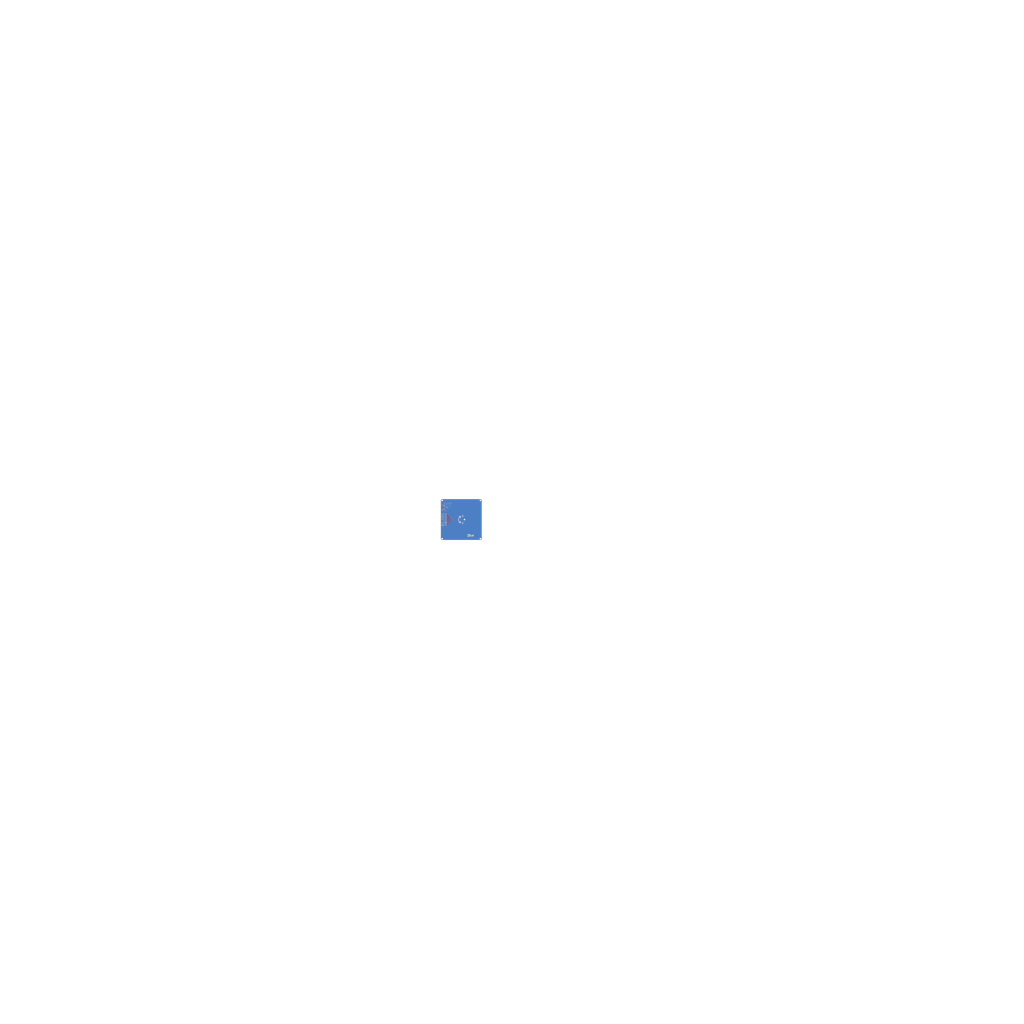
<source format=kicad_pcb>
(kicad_pcb (version 20211014) (generator pcbnew)
  (layers (0 "F.Cu" signal) (31 "B.Cu" signal) (34 "B.Paste" user) (35 "F.Paste" user) (36 "B.SilkS" user "B.Silkscreen") (37 "F.SilkS" user "F.Silkscreen") (38 "B.Mask" user) (39 "F.Mask" user) (44 "Edge.Cuts" user))
  (net 0 "")
  (net 1 "/VCC5V")
  (net 2 "GND")
  (net 3 "/USB_D+")
  (net 4 "/USB_D-")
  (net 5 "Net-(D3-Pad2)")
  (net 6 "Net-(D5-Pad1)")
  (net 7 "Net-(J1-PadA5)")
  (net 8 "Net-(J1-PadB5)")
  (net 9 "Net-(J2-Pad3)")
  (net 10 "Net-(J2-Pad4)")
  (net 11 "Net-(J2-Pad5)")
  (net 12 "Net-(J2-Pad6)")
  (net 13 "Net-(J2-Pad7)")
  (net 14 "Net-(J2-Pad9)")
  (footprint "Connector_PinHeader_2.54mm:PinHeader_1x10_P2.54mm_Horizontal" (layer "F.Cu") (at 60.629 140.96 180)
    (fp_text reference "J3")
    (fp_text value "Conn_01x10" hide)
  )
  (footprint "Resistor_SMD:R_0603_1608Metric" (layer "F.Cu") (at 64.6365 98.044)
    (fp_text reference "R3")
    (fp_text value "1k" hide)
  )
  (footprint "Symbol:KiCad-Logo2_5mm_SilkScreen" (layer "F.Cu") (at 109.264602 161.131)
    (fp_text reference "REF**" hide)
    (fp_text value "KiCad-Logo2_5mm_SilkScreen" hide)
  )
  (footprint "Diode_SMD:D_SOD-523" (layer "F.Cu") (at 61.785 106.934 90)
    (fp_text reference "D2")
    (fp_text value "LESD5D5.0CT1G" hide)
  )
  (footprint "Diode_SMD:D_SOD-523" (layer "F.Cu") (at 61.817 100.584 -90)
    (fp_text reference "D3")
    (fp_text value "LESD5D5.0CT1G" hide)
  )
  (footprint "Diode_SMD:D_SOD-523" (layer "F.Cu") (at 61.785 104.394 -90)
    (fp_text reference "D1")
    (fp_text value "LESD5D5.0CT1G" hide)
  )
  (footprint "Connector_USB:USB_C_Receptacle_HRO_TYPE-C-31-M-12" (layer "F.Cu") (at 54.113 105.41 -90)
    (fp_text reference "J1")
    (fp_text value "USB_C_Receptacle_USB2.0" hide)
  )
  (footprint "LED_SMD:LED_0603_1608Metric" (layer "F.Cu") (at 68.1925 98.044)
    (fp_text reference "D5")
    (fp_text value "LED" hide)
  )
  (footprint "Resistor_SMD:R_0603_1608Metric" (layer "F.Cu") (at 57.903 98.806)
    (fp_text reference "R1")
    (fp_text value "4.7k" hide)
  )
  (footprint "Diode_SMD:D_SMA" (layer "F.Cu") (at 66.643 101.092 180)
    (fp_text reference "D4")
    (fp_text value "SS34" hide)
  )
  (footprint "LOGO:LOGO" (layer "F.Cu") (at 84.880602 161.639)
    (fp_text reference "G***" hide)
    (fp_text value "ESP_LOGO" hide)
  )
  (footprint "Capacitor_SMD:C_0603_1608Metric" (layer "F.Cu") (at 71.31 99.568 90)
    (fp_text reference "C1")
    (fp_text value "22uF/10V(20%)" hide)
  )
  (footprint "Resistor_SMD:R_0603_1608Metric" (layer "F.Cu") (at 57.912 112.014)
    (fp_text reference "R2")
    (fp_text value "4.7k" hide)
  )
  (footprint "Connector_FFC-FPC:Hirose_FH12-10S-0.5SH_1x10-1MP_P0.50mm_Horizontal" (layer "B.Cu") (at 70.982 129.535 -90)
    (fp_text reference "J2")
    (fp_text value "FPC 10" hide)
  )
  (gr_arc (start 128.876651 89.035) (mid 130.644386 89.76725) (end 131.376651 91.535) (layer "Edge.Cuts") (width 0.2))
  (gr_arc (start 131.376651 167.535) (mid 130.644421 169.302784) (end 128.876651 170.035) (layer "Edge.Cuts") (width 0.2))
  (gr_circle (center 93.733803 122.487004) (end 92.733803 122.487004) (layer "Edge.Cuts") (width 0.2) (fill none))
  (gr_line (start 84.955803 133.035) (end 85.955803 133.035) (layer "Edge.Cuts") (width 0.2))
  (gr_circle (center 88.168801 124.339001) (end 86.668801 124.339001) (layer "Edge.Cuts") (width 0.2) (fill none))
  (gr_circle (center 88.168801 134.730999) (end 86.668801 134.730999) (layer "Edge.Cuts") (width 0.2) (fill none))
  (gr_circle (center 128.876651 91.535) (end 127.276651 91.535) (layer "Edge.Cuts") (width 0.2) (fill none))
  (gr_line (start 50.376651 91.535) (end 50.376651 167.535) (layer "Edge.Cuts") (width 0.2))
  (gr_line (start 131.376651 91.535) (end 131.376651 167.535) (layer "Edge.Cuts") (width 0.2))
  (gr_circle (center 128.876651 167.535) (end 127.276651 167.535) (layer "Edge.Cuts") (width 0.2) (fill none))
  (gr_line (start 52.876651 89.035) (end 128.876651 89.035) (layer "Edge.Cuts") (width 0.2))
  (gr_line (start 85.955803 126.035) (end 84.955803 126.035) (layer "Edge.Cuts") (width 0.2))
  (gr_circle (center 97.168801 129.535) (end 95.668801 129.535) (layer "Edge.Cuts") (width 0.2) (fill none))
  (gr_circle (center 52.876651 167.535) (end 51.276651 167.535) (layer "Edge.Cuts") (width 0.2) (fill none))
  (gr_line (start 52.876651 170.035) (end 128.876651 170.035) (layer "Edge.Cuts") (width 0.2))
  (gr_circle (center 93.733803 136.582997) (end 92.733803 136.582997) (layer "Edge.Cuts") (width 0.2) (fill none))
  (gr_arc (start 50.376651 91.535) (mid 51.108887 89.76725) (end 52.876651 89.035) (layer "Edge.Cuts") (width 0.2))
  (gr_arc (start 52.876651 170.035) (mid 51.108852 169.302784) (end 50.376651 167.535) (layer "Edge.Cuts") (width 0.2))
  (gr_circle (center 52.876651 91.535) (end 51.276651 91.535) (layer "Edge.Cuts") (width 0.2) (fill none))
  (gr_line (start 84.955803 126.035) (end 84.955803 133.035) (layer "Edge.Cuts") (width 0.2))
  (gr_line (start 85.955803 133.035) (end 85.955803 126.035) (layer "Edge.Cuts") (width 0.2))
  (gr_text "USB+" (at 53.467 120.65) (layer "B.SilkS") (effects (font (size 1 1)) (justify mirror)))
  (gr_text "RXD" (at 53.467 128.27) (layer "B.SilkS") (effects (font (size 1 1)) (justify mirror)))
  (gr_text "GND" (at 53.467 135.89) (layer "B.SilkS") (effects (font (size 1 1)) (justify mirror)))
  (gr_text "TXD" (at 53.467 125.73) (layer "B.SilkS") (effects (font (size 1 1)) (justify mirror)))
  (gr_text "5V" (at 53.467 140.97) (layer "B.SilkS") (effects (font (size 1 1)) (justify mirror)))
  (gr_text "ADC" (at 53.467 138.43) (layer "B.SilkS") (effects (font (size 1 1)) (justify mirror)))
  (gr_text "RST" (at 53.467 123.19) (layer "B.SilkS") (effects (font (size 1 1)) (justify mirror)))
  (gr_text "USB-" (at 53.467 118.11) (layer "B.SilkS") (effects (font (size 1 1)) (justify mirror)))
  (segment (start 70.294 98.298) (end 70.294 100.076) (width 0.2) (layer "F.Cu") (net 1))
  (segment (start 70.04 98.044) (end 70.294 98.298) (width 0.2) (layer "F.Cu") (net 1))
  (segment (start 68.98 98.044) (end 69.786 98.044) (width 0.2) (layer "F.Cu") (net 1))
  (segment (start 76.435 131.885) (end 70.308 131.885) (width 0.5) (layer "F.Cu") (net 1))
  (segment (start 71.31 100.343) (end 72.847 100.343) (width 0.5) (layer "F.Cu") (net 1))
  (segment (start 69.786 98.044) (end 70.04 98.044) (width 0.2) (layer "F.Cu") (net 1))
  (segment (start 72.847 100.343) (end 77.851 105.347) (width 0.5) (layer "F.Cu") (net 1))
  (segment (start 77.851 105.347) (end 77.851 130.469) (width 0.5) (layer "F.Cu") (net 1))
  (segment (start 77.851 130.469) (end 76.435 131.885) (width 0.5) (layer "F.Cu") (net 1))
  (via (at 70.308 131.885) (size 0.5) (drill 0.4) (layers "F.Cu" "B.Cu") (net 1))
  (segment (start 68.884 133.594) (end 69.138 133.34) (width 0.5) (layer "B.Cu") (net 1))
  (segment (start 60.629 140.96) (end 61.518 140.96) (width 0.5) (layer "B.Cu") (net 1))
  (segment (start 69.138 133.34) (end 69.138 132.324) (width 0.5) (layer "B.Cu") (net 1))
  (segment (start 61.518 140.96) (end 68.884 133.594) (width 0.5) (layer "B.Cu") (net 1))
  (segment (start 68.9872 105.439) (end 76.221 112.6728) (width 0.2) (layer "F.Cu") (net 3))
  (segment (start 57.086 105.156) (end 57.09 105.16) (width 0.2) (layer "F.Cu") (net 3))
  (segment (start 56.832 105.918) (end 56.832 105.41) (width 0.2) (layer "F.Cu") (net 3))
  (segment (start 62.310001 105.094) (end 62.655001 105.439) (width 0.2) (layer "F.Cu") (net 3))
  (segment (start 57.074 106.16) (end 56.832 105.918) (width 0.2) (layer "F.Cu") (net 3))
  (segment (start 75.290199 127.760001) (end 70.786999 127.760001) (width 0.2) (layer "F.Cu") (net 3))
  (segment (start 70.786999 127.760001) (end 70.662 127.885) (width 0.2) (layer "F.Cu") (net 3))
  (segment (start 62.655001 105.439) (end 68.9872 105.439) (width 0.2) (layer "F.Cu") (net 3))
  (segment (start 58.158 106.16) (end 57.074 106.16) (width 0.2) (layer "F.Cu") (net 3))
  (segment (start 58.158 105.16) (end 61.719 105.16) (width 0.2) (layer "F.Cu") (net 3))
  (segment (start 61.785 105.094) (end 62.310001 105.094) (width 0.2) (layer "F.Cu") (net 3))
  (segment (start 56.832 105.41) (end 57.086 105.156) (width 0.2) (layer "F.Cu") (net 3))
  (segment (start 76.221 112.6728) (end 76.221 126.8292) (width 0.2) (layer "F.Cu") (net 3))
  (segment (start 76.221 126.8292) (end 75.290199 127.760001) (width 0.2) (layer "F.Cu") (net 3))
  (segment (start 57.09 105.16) (end 58.158 105.16) (width 0.2) (layer "F.Cu") (net 3))
  (via (at 70.662 127.885) (size 0.5) (drill 0.4) (layers "F.Cu" "B.Cu") (net 3))
  (segment (start 68.0658 127.76) (end 66.627 126.3212) (width 0.2) (layer "B.Cu") (net 3))
  (segment (start 62.532603 120.64) (end 60.629 120.64) (width 0.2) (layer "B.Cu") (net 3))
  (segment (start 66.627 126.3212) (end 66.627 124.734397) (width 0.2) (layer "B.Cu") (net 3))
  (segment (start 69.132 127.785) (end 68.632 127.785) (width 0.2) (layer "B.Cu") (net 3))
  (segment (start 66.627 124.734397) (end 62.532603 120.64) (width 0.2) (layer "B.Cu") (net 3))
  (segment (start 68.607 127.76) (end 68.0658 127.76) (width 0.2) (layer "B.Cu") (net 3))
  (segment (start 70.562 127.785) (end 70.662 127.885) (width 0.2) (layer "B.Cu") (net 3))
  (segment (start 68.632 127.785) (end 68.607 127.76) (width 0.2) (layer "B.Cu") (net 3))
  (segment (start 69.132 127.785) (end 70.562 127.785) (width 0.2) (layer "B.Cu") (net 3))
  (segment (start 59.114 105.66) (end 59.626 106.172) (width 0.2) (layer "F.Cu") (net 4))
  (segment (start 61.785 106.234) (end 62.310001 106.234) (width 0.2) (layer "F.Cu") (net 4))
  (segment (start 68.8008 105.889) (end 75.771 112.8592) (width 0.2) (layer "F.Cu") (net 4))
  (segment (start 75.771 126.6428) (end 75.103801 127.309999) (width 0.2) (layer "F.Cu") (net 4))
  (segment (start 62.655001 105.889) (end 68.8008 105.889) (width 0.2) (layer "F.Cu") (net 4))
  (segment (start 59.106 104.66) (end 59.626 104.14) (width 0.2) (layer "F.Cu") (net 4))
  (segment (start 70.786999 127.309999) (end 70.662 127.185) (width 0.2) (layer "F.Cu") (net 4))
  (segment (start 75.103801 127.309999) (end 70.786999 127.309999) (width 0.2) (layer "F.Cu") (net 4))
  (segment (start 58.158 105.66) (end 59.114 105.66) (width 0.2) (layer "F.Cu") (net 4))
  (segment (start 59.688 106.234) (end 61.785 106.234) (width 0.2) (layer "F.Cu") (net 4))
  (segment (start 62.310001 106.234) (end 62.655001 105.889) (width 0.2) (layer "F.Cu") (net 4))
  (segment (start 58.158 104.66) (end 59.106 104.66) (width 0.2) (layer "F.Cu") (net 4))
  (segment (start 75.771 112.8592) (end 75.771 126.6428) (width 0.2) (layer "F.Cu") (net 4))
  (segment (start 59.626 106.172) (end 59.688 106.234) (width 0.2) (layer "F.Cu") (net 4))
  (via (at 59.626 104.14) (size 0.5) (drill 0.4) (layers "F.Cu" "B.Cu") (net 4))
  (via (at 59.626 106.172) (size 0.5) (drill 0.4) (layers "F.Cu" "B.Cu") (net 4))
  (via (at 70.662 127.185) (size 0.5) (drill 0.4) (layers "F.Cu" "B.Cu") (net 4))
  (segment (start 67.077 124.548) (end 60.629 118.1) (width 0.2) (layer "B.Cu") (net 4))
  (segment (start 68.607 127.31) (end 68.2522 127.31) (width 0.2) (layer "B.Cu") (net 4))
  (segment (start 59.626 106.172) (end 59.626 104.14) (width 0.2) (layer "B.Cu") (net 4))
  (segment (start 68.632 127.285) (end 68.607 127.31) (width 0.2) (layer "B.Cu") (net 4))
  (segment (start 68.2522 127.31) (end 67.077 126.1348) (width 0.2) (layer "B.Cu") (net 4))
  (segment (start 69.132 127.285) (end 68.632 127.285) (width 0.2) (layer "B.Cu") (net 4))
  (segment (start 70.562 127.285) (end 70.662 127.185) (width 0.2) (layer "B.Cu") (net 4))
  (segment (start 69.132 127.285) (end 70.562 127.285) (width 0.2) (layer "B.Cu") (net 4))
  (segment (start 67.077 126.1348) (end 67.077 124.548) (width 0.2) (layer "B.Cu") (net 4))
  (segment (start 57.156885 107.86) (end 56.971884 107.674999) (width 0.5) (layer "F.Cu") (net 5))
  (segment (start 56.570024 107.674999) (end 55.816 106.920975) (width 0.5) (layer "F.Cu") (net 5))
  (segment (start 55.816 103.632) (end 56.302999 103.145001) (width 0.5) (layer "F.Cu") (net 5))
  (segment (start 58.158 102.96) (end 59.282 102.96) (width 0.5) (layer "F.Cu") (net 5))
  (segment (start 55.816 106.920975) (end 55.816 103.632) (width 0.5) (layer "F.Cu") (net 5))
  (segment (start 60.958 101.284) (end 61.817 101.284) (width 0.5) (layer "F.Cu") (net 5))
  (segment (start 59.282 102.96) (end 60.958 101.284) (width 0.5) (layer "F.Cu") (net 5))
  (segment (start 58.158 107.86) (end 57.156885 107.86) (width 0.5) (layer "F.Cu") (net 5))
  (segment (start 57.156885 102.96) (end 58.158 102.96) (width 0.5) (layer "F.Cu") (net 5))
  (segment (start 56.971884 107.674999) (end 56.570024 107.674999) (width 0.5) (layer "F.Cu") (net 5))
  (segment (start 56.302999 103.145001) (end 56.971884 103.145001) (width 0.5) (layer "F.Cu") (net 5))
  (segment (start 56.971884 103.145001) (end 57.156885 102.96) (width 0.5) (layer "F.Cu") (net 5))
  (segment (start 67.405 98.044) (end 65.4615 98.044) (width 0.2) (layer "F.Cu") (net 6))
  (segment (start 56.832 104.16) (end 58.158 104.16) (width 0.2) (layer "F.Cu") (net 7))
  (segment (start 57.078 98.806) (end 56.07 98.806) (width 0.2) (layer "F.Cu") (net 7))
  (via (at 56.07 98.806) (size 0.5) (drill 0.4) (layers "F.Cu" "B.Cu") (net 7))
  (via (at 56.832 104.16) (size 0.5) (drill 0.4) (layers "F.Cu" "B.Cu") (net 7))
  (segment (start 55.893 103.221) (end 56.832 104.16) (width 0.2) (layer "B.Cu") (net 7))
  (segment (start 56.07 98.806) (end 55.893 98.983) (width 0.2) (layer "B.Cu") (net 7))
  (segment (start 55.893 98.983) (end 55.893 103.221) (width 0.2) (layer "B.Cu") (net 7))
  (segment (start 56.07 112.014) (end 57.087 112.014) (width 0.2) (layer "F.Cu") (net 8))
  (segment (start 57.312 107.16) (end 58.158 107.16) (width 0.2) (layer "F.Cu") (net 8))
  (segment (start 56.832 106.68) (end 57.312 107.16) (width 0.2) (layer "F.Cu") (net 8))
  (via (at 56.07 112.014) (size 0.5) (drill 0.4) (layers "F.Cu" "B.Cu") (net 8))
  (via (at 56.832 106.68) (size 0.5) (drill 0.4) (layers "F.Cu" "B.Cu") (net 8))
  (segment (start 55.893 107.619) (end 56.832 106.68) (width 0.2) (layer "B.Cu") (net 8))
  (segment (start 55.893 111.837) (end 55.893 107.619) (width 0.2) (layer "B.Cu") (net 8))
  (segment (start 56.07 112.014) (end 55.893 111.837) (width 0.2) (layer "B.Cu") (net 8))
  (segment (start 62.920115 123.18) (end 60.629 123.18) (width 0.2) (layer "B.Cu") (net 9))
  (segment (start 68.025114 128.285) (end 62.920115 123.18) (width 0.2) (layer "B.Cu") (net 9))
  (segment (start 69.132 128.285) (end 68.025114 128.285) (width 0.2) (layer "B.Cu") (net 9))
  (segment (start 64.894429 125.72) (end 60.629 125.72) (width 0.2) (layer "B.Cu") (net 10))
  (segment (start 67.959428 128.785) (end 64.894429 125.72) (width 0.2) (layer "B.Cu") (net 10))
  (segment (start 69.132 128.785) (end 67.959428 128.785) (width 0.2) (layer "B.Cu") (net 10))
  (segment (start 69.132 129.285) (end 66.099 129.285) (width 0.2) (layer "B.Cu") (net 11))
  (segment (start 65.074 128.26) (end 60.629 128.26) (width 0.2) (layer "B.Cu") (net 11))
  (segment (start 66.099 129.285) (end 65.074 128.26) (width 0.2) (layer "B.Cu") (net 11))
  (segment (start 69.132 129.785) (end 61.644 129.785) (width 0.2) (layer "B.Cu") (net 12))
  (segment (start 61.644 129.785) (end 60.629 130.8) (width 0.2) (layer "B.Cu") (net 12))
  (segment (start 63.684 130.285) (end 60.629 133.34) (width 0.2) (layer "B.Cu") (net 13))
  (segment (start 69.132 130.285) (end 63.684 130.285) (width 0.2) (layer "B.Cu") (net 13))
  (segment (start 67.764 131.285) (end 60.629 138.42) (width 0.2) (layer "B.Cu") (net 14))
  (segment (start 69.132 131.285) (end 67.764 131.285) (width 0.2) (layer "B.Cu") (net 14))
  (zone (net 8) (net_name "Net-(J1-PadB5)") (layer "F.Cu") (priority 16962) (connect_pads yes (clearance 0)) (min_thickness 0.0254) (fill yes (thermal_gap 0.508) (thermal_bridge_width 0.508))
    (polygon (pts (xy 56.56 111.914) (xy 56.504668 111.912466) (xy 56.457815 111.907991) (xy 56.417697 111.900765) (xy 56.382569 111.890975) (xy 56.350688 111.878811) (xy 56.320311 111.864463) (xy 56.289695 111.848118) (xy 56.257095 111.829967) (xy 56.220769 111.810197) (xy 56.178972 111.789) (xy 55.945 112.014) (xy 56.178972 112.239) (xy 56.220769 112.217802) (xy 56.257095 112.198032) (xy 56.289695 112.179881) (xy 56.320311 112.163536) (xy 56.350688 112.149188) (xy 56.382569 112.137024) (xy 56.417697 112.127234) (xy 56.457815 112.120008) (xy 56.504668 112.115533) (xy 56.56 112.114)))
  )
  (zone (net 7) (net_name "Net-(J1-PadA5)") (layer "F.Cu") (priority 16962) (connect_pads yes (clearance 0)) (min_thickness 0.0254) (fill yes (thermal_gap 0.508) (thermal_bridge_width 0.508))
    (polygon (pts (xy 57.322 104.06) (xy 57.266668 104.058466) (xy 57.219815 104.053991) (xy 57.179697 104.046765) (xy 57.144569 104.036975) (xy 57.112688 104.024811) (xy 57.082311 104.010463) (xy 57.051695 103.994118) (xy 57.019095 103.975967) (xy 56.982769 103.956197) (xy 56.940972 103.935) (xy 56.707 104.16) (xy 56.940972 104.385) (xy 56.982769 104.363802) (xy 57.019095 104.344032) (xy 57.051695 104.325881) (xy 57.082311 104.309536) (xy 57.112688 104.295188) (xy 57.144569 104.283024) (xy 57.179697 104.273234) (xy 57.219815 104.266008) (xy 57.266668 104.261533) (xy 57.322 104.26)))
  )
  (zone (net 4) (net_name "/USB_D-") (layer "F.Cu") (priority 16962) (connect_pads yes (clearance 0)) (min_thickness 0.0254) (fill yes (thermal_gap 0.508) (thermal_bridge_width 0.508))
    (polygon (pts (xy 71.136999 127.209999) (xy 71.092753 127.208207) (xy 71.054993 127.20288) (xy 71.022718 127.194085) (xy 70.994931 127.181892) (xy 70.970633 127.16637) (xy 70.948825 127.147588) (xy 70.928509 127.125614) (xy 70.908686 127.100518) (xy 70.888359 127.072369) (xy 70.866528 127.041237) (xy 70.552731 127.124295) (xy 70.662 127.435) (xy 70.717038 127.434299) (xy 70.764673 127.432399) (xy 70.807052 127.429599) (xy 70.846323 127.426199) (xy 70.884635 127.422499) (xy 70.924136 127.418799) (xy 70.966974 127.415399) (xy 71.015299 127.412599) (xy 71.071257 127.410699) (xy 71.136999 127.409999)))
  )
  (zone (net 1) (net_name "/VCC5V") (layer "F.Cu") (priority 1) (connect_pads yes (clearance 0.508)) (min_thickness 0.254) (fill yes (thermal_gap 0.508) (thermal_bridge_width 0.508))
    (polygon (pts (xy 71.818 100.838) (xy 70.802 100.838) (xy 69.786 102.362) (xy 66.992 102.362) (xy 66.992 99.822) (xy 71.818 99.822)))
  )
  (zone (net 3) (net_name "/USB_D+") (layer "F.Cu") (priority 16962) (connect_pads yes (clearance 0)) (min_thickness 0.0254) (fill yes (thermal_gap 0.508) (thermal_bridge_width 0.508))
    (polygon (pts (xy 71.136999 127.660001) (xy 71.071257 127.6593) (xy 71.015299 127.6574) (xy 70.966974 127.6546) (xy 70.924136 127.6512) (xy 70.884635 127.6475) (xy 70.846323 127.6438) (xy 70.807052 127.6404) (xy 70.764673 127.6376) (xy 70.717038 127.6357) (xy 70.662 127.635) (xy 70.552731 127.945705) (xy 70.866528 128.028763) (xy 70.888359 127.99763) (xy 70.908686 127.969481) (xy 70.928509 127.944385) (xy 70.948825 127.922411) (xy 70.970633 127.903629) (xy 70.994931 127.888107) (xy 71.022718 127.875914) (xy 71.054993 127.867119) (xy 71.092753 127.861792) (xy 71.136999 127.860001)))
  )
  (zone (net 5) (net_name "Net-(D3-Pad2)") (layer "F.Cu") (priority 1) (connect_pads yes (clearance 0.508)) (min_thickness 0.254) (fill yes (thermal_gap 0.508) (thermal_bridge_width 0.508))
    (polygon (pts (xy 66.23 99.822) (xy 66.23 102.362) (xy 65.722 102.362) (xy 63.182 102.362) (xy 62.42 101.6) (xy 61.658 101.6) (xy 61.658 100.838) (xy 62.42 100.838) (xy 63.436 99.822) (xy 65.722 99.822)))
  )
  (zone (net 2) (net_name "GND") (layer "F.Cu") (connect_pads (clearance 0.1)) (min_thickness 0.254) (fill yes (thermal_gap 0.508) (thermal_bridge_width 0.508))
    (polygon (pts (xy 135.426602 172.561) (xy 46.780602 172.561) (xy 46.780602 86.201) (xy 135.426602 86.201)))
  )
  (zone (net 4) (net_name "/USB_D-") (layer "F.Cu") (priority 16962) (connect_pads yes (clearance 0)) (min_thickness 0.0254) (fill yes (thermal_gap 0.508) (thermal_bridge_width 0.508))
    (polygon (pts (xy 59.350229 104.557192) (xy 59.390438 104.519151) (xy 59.426732 104.489185) (xy 59.46021 104.465927) (xy 59.491971 104.44801) (xy 59.523115 104.434068) (xy 59.55474 104.422735) (xy 59.587947 104.412643) (xy 59.623833 104.402427) (xy 59.663499 104.390719) (xy 59.708043 104.376154) (xy 59.714388 104.051612) (xy 59.389846 104.057957) (xy 59.37528 104.1025) (xy 59.363572 104.142166) (xy 59.353356 104.178052) (xy 59.343264 104.211259) (xy 59.331931 104.242884) (xy 59.317989 104.274028) (xy 59.300072 104.305789) (xy 59.276814 104.339267) (xy 59.246848 104.375561) (xy 59.208808 104.415771)))
  )
  (zone (net 8) (net_name "Net-(J1-PadB5)") (layer "F.Cu") (priority 16962) (connect_pads yes (clearance 0)) (min_thickness 0.0254) (fill yes (thermal_gap 0.508) (thermal_bridge_width 0.508))
    (polygon (pts (xy 57.249192 106.955771) (xy 57.211151 106.915561) (xy 57.181185 106.879267) (xy 57.157927 106.845789) (xy 57.14001 106.814028) (xy 57.126068 106.782884) (xy 57.114735 106.751259) (xy 57.104643 106.718052) (xy 57.094427 106.682166) (xy 57.082719 106.6425) (xy 57.068154 106.597957) (xy 56.743612 106.591612) (xy 56.749957 106.916154) (xy 56.7945 106.930719) (xy 56.834166 106.942427) (xy 56.870052 106.952643) (xy 56.903259 106.962735) (xy 56.934884 106.974068) (xy 56.966028 106.98801) (xy 56.997789 107.005927) (xy 57.031267 107.029185) (xy 57.067561 107.059151) (xy 57.107771 107.097192)))
  )
  (zone (net 4) (net_name "/USB_D-") (layer "F.Cu") (priority 16962) (connect_pads yes (clearance 0)) (min_thickness 0.0254) (fill yes (thermal_gap 0.508) (thermal_bridge_width 0.508))
    (polygon (pts (xy 59.208808 105.896229) (xy 59.246848 105.936438) (xy 59.276814 105.972732) (xy 59.300072 106.00621) (xy 59.317989 106.037971) (xy 59.331931 106.069115) (xy 59.343264 106.10074) (xy 59.353356 106.133947) (xy 59.363572 106.169833) (xy 59.37528 106.209499) (xy 59.389846 106.254043) (xy 59.714388 106.260388) (xy 59.708043 105.935846) (xy 59.663499 105.92128) (xy 59.623833 105.909572) (xy 59.587947 105.899356) (xy 59.55474 105.889264) (xy 59.523115 105.877931) (xy 59.491971 105.863989) (xy 59.46021 105.846072) (xy 59.426732 105.822814) (xy 59.390438 105.792848) (xy 59.350229 105.754808)))
  )
  (zone (net 7) (net_name "Net-(J1-PadA5)") (layer "F.Cu") (priority 16962) (connect_pads yes (clearance 0)) (min_thickness 0.0254) (fill yes (thermal_gap 0.508) (thermal_bridge_width 0.508))
    (polygon (pts (xy 56.56 98.706) (xy 56.504668 98.704466) (xy 56.457815 98.699991) (xy 56.417697 98.692765) (xy 56.382569 98.682975) (xy 56.350688 98.670811) (xy 56.320311 98.656463) (xy 56.289695 98.640118) (xy 56.257095 98.621967) (xy 56.220769 98.602197) (xy 56.178972 98.581) (xy 55.945 98.806) (xy 56.178972 99.031) (xy 56.220769 99.009802) (xy 56.257095 98.990032) (xy 56.289695 98.971881) (xy 56.320311 98.955536) (xy 56.350688 98.941188) (xy 56.382569 98.929024) (xy 56.417697 98.919234) (xy 56.457815 98.912008) (xy 56.504668 98.907533) (xy 56.56 98.906)))
  )
  (zone (net 4) (net_name "/USB_D-") (layer "F.Cu") (priority 16962) (connect_pads yes (clearance 0)) (min_thickness 0.0254) (fill yes (thermal_gap 0.508) (thermal_bridge_width 0.508))
    (polygon (pts (xy 60.128 106.134) (xy 60.076023 106.132372) (xy 60.031829 106.127528) (xy 59.993977 106.11952) (xy 59.961025 106.108406) (xy 59.931534 106.094239) (xy 59.904063 106.077075) (xy 59.877172 106.056969) (xy 59.84942 106.033976) (xy 59.819366 106.008151) (xy 59.785571 105.97955) (xy 59.50462 106.142137) (xy 59.678062 106.416518) (xy 59.729785 106.404562) (xy 59.774484 106.392694) (xy 59.814232 106.381189) (xy 59.851102 106.370324) (xy 59.887168 106.360374) (xy 59.924503 106.351614) (xy 59.965181 106.344322) (xy 60.011273 106.338771) (xy 60.064855 106.335238) (xy 60.128 106.334)))
  )
  (zone (net 8) (net_name "Net-(J1-PadB5)") (layer "B.Cu") (priority 16962) (connect_pads yes (clearance 0)) (min_thickness 0.0254) (fill yes (thermal_gap 0.508) (thermal_bridge_width 0.508))
    (polygon (pts (xy 56.556229 107.097192) (xy 56.596438 107.059151) (xy 56.632732 107.029185) (xy 56.66621 107.005927) (xy 56.697971 106.98801) (xy 56.729115 106.974068) (xy 56.76074 106.962735) (xy 56.793947 106.952643) (xy 56.829833 106.942427) (xy 56.869499 106.930719) (xy 56.914043 106.916154) (xy 56.920388 106.591612) (xy 56.595846 106.597957) (xy 56.58128 106.6425) (xy 56.569572 106.682166) (xy 56.559356 106.718052) (xy 56.549264 106.751259) (xy 56.537931 106.782884) (xy 56.523989 106.814028) (xy 56.506072 106.845789) (xy 56.482814 106.879267) (xy 56.452848 106.915561) (xy 56.414808 106.955771)))
  )
  (zone (net 1) (net_name "/VCC5V") (layer "B.Cu") (priority 16962) (connect_pads yes (clearance 0)) (min_thickness 0.0254) (fill yes (thermal_gap 0.508) (thermal_bridge_width 0.508))
    (polygon (pts (xy 61.914686 140.20976) (xy 61.819969 140.292606) (xy 61.729181 140.348927) (xy 61.641114 140.381643) (xy 61.554562 140.393675) (xy 61.468318 140.387941) (xy 61.381177 140.367363) (xy 61.291931 140.334859) (xy 61.199375 140.293351) (xy 61.102302 140.245758) (xy 60.999506 140.195) (xy 60.204 140.96) (xy 61.23004 141.56104) (xy 61.351546 141.440667) (xy 61.456934 141.338355) (xy 61.550774 141.249047) (xy 61.637638 141.167688) (xy 61.722094 141.089222) (xy 61.808715 141.008592) (xy 61.902069 140.920742) (xy 62.006727 140.820616) (xy 62.127261 140.703159) (xy 62.26824 140.563314)))
  )
  (zone (net 14) (net_name "Net-(J2-Pad9)") (layer "B.Cu") (priority 16962) (connect_pads yes (clearance 0)) (min_thickness 0.0254) (fill yes (thermal_gap 0.508) (thermal_bridge_width 0.508))
    (polygon (pts (xy 61.753299 137.15428) (xy 61.60377 137.288379) (xy 61.466159 137.382377) (xy 61.336766 137.443995) (xy 61.211885 137.480951) (xy 61.087816 137.500964) (xy 60.960856 137.511755) (xy 60.827302 137.521042) (xy 60.683451 137.536545) (xy 60.525602 137.565983) (xy 60.350051 137.617076) (xy 60.32848 138.72052) (xy 61.431924 138.698949) (xy 61.483016 138.523397) (xy 61.512454 138.365548) (xy 61.527957 138.221697) (xy 61.537244 138.088143) (xy 61.548035 137.961183) (xy 61.568048 137.837114) (xy 61.605004 137.712233) (xy 61.666622 137.58284) (xy 61.76062 137.445229) (xy 61.89472 137.295701)))
  )
  (zone (net 3) (net_name "/USB_D+") (layer "B.Cu") (priority 16962) (connect_pads yes (clearance 0)) (min_thickness 0.0254) (fill yes (thermal_gap 0.508) (thermal_bridge_width 0.508))
    (polygon (pts (xy 62.319 120.54) (xy 62.118444 120.529089) (xy 61.954672 120.498251) (xy 61.819606 120.450326) (xy 61.70517 120.388154) (xy 61.603289 120.314576) (xy 61.505884 120.232431) (xy 61.40488 120.144561) (xy 61.2922 120.053806) (xy 61.159767 119.963005) (xy 60.999506 119.875) (xy 60.204 120.64) (xy 60.999506 121.405) (xy 61.159767 121.316994) (xy 61.2922 121.226193) (xy 61.40488 121.135438) (xy 61.505884 121.047568) (xy 61.603289 120.965423) (xy 61.70517 120.891845) (xy 61.819606 120.829673) (xy 61.954672 120.781748) (xy 62.118444 120.75091) (xy 62.319 120.74)))
  )
  (zone (net 8) (net_name "Net-(J1-PadB5)") (layer "B.Cu") (priority 16962) (connect_pads yes (clearance 0)) (min_thickness 0.0254) (fill yes (thermal_gap 0.508) (thermal_bridge_width 0.508))
    (polygon (pts (xy 55.793 111.587316) (xy 55.793756 111.646399) (xy 55.795808 111.696676) (xy 55.798831 111.740083) (xy 55.802504 111.778552) (xy 55.8065 111.814018) (xy 55.810496 111.848415) (xy 55.814168 111.883678) (xy 55.817192 111.92174) (xy 55.819244 111.964536) (xy 55.82 112.014) (xy 56.158388 112.102388) (xy 56.152043 111.777846) (xy 56.123852 111.767615) (xy 56.097992 111.756912) (xy 56.074611 111.745179) (xy 56.05386 111.731857) (xy 56.03589 111.716389) (xy 56.02085 111.698217) (xy 56.008891 111.676781) (xy 56.000162 111.651524) (xy 55.994815 111.621889) (xy 55.993 111.587316)))
  )
  (zone (net 10) (net_name "Net-(J2-Pad4)") (layer "B.Cu") (priority 16962) (connect_pads yes (clearance 0)) (min_thickness 0.0254) (fill yes (thermal_gap 0.508) (thermal_bridge_width 0.508))
    (polygon (pts (xy 62.319 125.62) (xy 62.118444 125.609089) (xy 61.954672 125.578251) (xy 61.819606 125.530326) (xy 61.70517 125.468154) (xy 61.603289 125.394576) (xy 61.505884 125.312431) (xy 61.40488 125.224561) (xy 61.2922 125.133806) (xy 61.159767 125.043005) (xy 60.999506 124.955) (xy 60.204 125.72) (xy 60.999506 126.485) (xy 61.159767 126.396994) (xy 61.2922 126.306193) (xy 61.40488 126.215438) (xy 61.505884 126.127568) (xy 61.603289 126.045423) (xy 61.70517 125.971845) (xy 61.819606 125.909673) (xy 61.954672 125.861748) (xy 62.118444 125.83091) (xy 62.319 125.82)))
  )
  (zone (net 4) (net_name "/USB_D-") (layer "B.Cu") (priority 16962) (connect_pads yes (clearance 0)) (min_thickness 0.0254) (fill yes (thermal_gap 0.508) (thermal_bridge_width 0.508))
    (polygon (pts (xy 70.182 127.385) (xy 70.247241 127.386176) (xy 70.302678 127.389405) (xy 70.350467 127.394233) (xy 70.39276 127.400208) (xy 70.431713 127.406876) (xy 70.46948 127.413787) (xy 70.508216 127.420486) (xy 70.550074 127.426521) (xy 70.59721 127.43144) (xy 70.651778 127.43479) (xy 70.776633 127.13516) (xy 70.472352 127.02211) (xy 70.446753 127.052241) (xy 70.423428 127.079458) (xy 70.401238 127.1037) (xy 70.379043 127.124906) (xy 70.355705 127.143016) (xy 70.330084 127.157969) (xy 70.301043 127.169704) (xy 70.26744 127.178161) (xy 70.228139 127.18328) (xy 70.182 127.185)))
  )
  (zone (net 3) (net_name "/USB_D+") (layer "B.Cu") (priority 16962) (connect_pads yes (clearance 0)) (min_thickness 0.0254) (fill yes (thermal_gap 0.508) (thermal_bridge_width 0.508))
    (polygon (pts (xy 70.182 127.885) (xy 70.228139 127.886719) (xy 70.26744 127.891838) (xy 70.301043 127.900295) (xy 70.330084 127.91203) (xy 70.355705 127.926983) (xy 70.379043 127.945093) (xy 70.401238 127.966299) (xy 70.423428 127.990541) (xy 70.446753 128.017758) (xy 70.472352 128.04789) (xy 70.776633 127.93484) (xy 70.651778 127.63521) (xy 70.59721 127.638559) (xy 70.550074 127.643478) (xy 70.508216 127.649513) (xy 70.46948 127.656212) (xy 70.431713 127.663123) (xy 70.39276 127.669791) (xy 70.350467 127.675766) (xy 70.302678 127.680594) (xy 70.247241 127.683823) (xy 70.182 127.685)))
  )
  (zone (net 4) (net_name "/USB_D-") (layer "B.Cu") (priority 16962) (connect_pads yes (clearance 0)) (min_thickness 0.0254) (fill yes (thermal_gap 0.508) (thermal_bridge_width 0.508))
    (polygon (pts (xy 59.726 104.63) (xy 59.727533 104.574668) (xy 59.732008 104.527815) (xy 59.739234 104.487697) (xy 59.749024 104.452569) (xy 59.761188 104.420688) (xy 59.775536 104.390311) (xy 59.791881 104.359695) (xy 59.810032 104.327095) (xy 59.829802 104.290769) (xy 59.851 104.248972) (xy 59.626 104.015) (xy 59.401 104.248972) (xy 59.422197 104.290769) (xy 59.441967 104.327095) (xy 59.460118 104.359695) (xy 59.476463 104.390311) (xy 59.490811 104.420688) (xy 59.502975 104.452569) (xy 59.512765 104.487697) (xy 59.519991 104.527815) (xy 59.524466 104.574668) (xy 59.526 104.63)))
  )
  (zone (net 12) (net_name "Net-(J2-Pad6)") (layer "B.Cu") (priority 16962) (connect_pads yes (clearance 0)) (min_thickness 0.0254) (fill yes (thermal_gap 0.508) (thermal_bridge_width 0.508))
    (polygon (pts (xy 61.908573 129.685) (xy 61.729619 129.69242) (xy 61.58022 129.71256) (xy 61.453542 129.742239) (xy 61.342753 129.77828) (xy 61.241018 129.8175) (xy 61.141505 129.85672) (xy 61.03738 129.89276) (xy 60.921809 129.92244) (xy 60.78796 129.94258) (xy 60.629 129.95) (xy 60.32848 131.10052) (xy 61.431924 131.078949) (xy 61.473365 130.914693) (xy 61.491611 130.748042) (xy 61.495877 130.583633) (xy 61.495382 130.426101) (xy 61.499342 130.280084) (xy 61.516975 130.150218) (xy 61.557497 130.04114) (xy 61.630126 129.957486) (xy 61.744079 129.903894) (xy 61.908573 129.885)))
  )
  (zone (net 13) (net_name "Net-(J2-Pad7)") (layer "B.Cu") (priority 16962) (connect_pads yes (clearance 0)) (min_thickness 0.0254) (fill yes (thermal_gap 0.508) (thermal_bridge_width 0.508))
    (polygon (pts (xy 61.753299 132.07428) (xy 61.60377 132.208379) (xy 61.466159 132.302377) (xy 61.336766 132.363995) (xy 61.211885 132.400951) (xy 61.087816 132.420964) (xy 60.960856 132.431755) (xy 60.827302 132.441042) (xy 60.683451 132.456545) (xy 60.525602 132.485983) (xy 60.350051 132.537076) (xy 60.32848 133.64052) (xy 61.431924 133.618949) (xy 61.483016 133.443397) (xy 61.512454 133.285548) (xy 61.527957 133.141697) (xy 61.537244 133.008143) (xy 61.548035 132.881183) (xy 61.568048 132.757114) (xy 61.605004 132.632233) (xy 61.666622 132.50284) (xy 61.76062 132.365229) (xy 61.89472 132.215701)))
  )
  (zone (net 11) (net_name "Net-(J2-Pad5)") (layer "B.Cu") (priority 16962) (connect_pads yes (clearance 0)) (min_thickness 0.0254) (fill yes (thermal_gap 0.508) (thermal_bridge_width 0.508))
    (polygon (pts (xy 62.319 128.16) (xy 62.118444 128.149089) (xy 61.954672 128.118251) (xy 61.819606 128.070326) (xy 61.70517 128.008154) (xy 61.603289 127.934576) (xy 61.505884 127.852431) (xy 61.40488 127.764561) (xy 61.2922 127.673806) (xy 61.159767 127.583005) (xy 60.999506 127.495) (xy 60.204 128.26) (xy 60.999506 129.025) (xy 61.159767 128.936994) (xy 61.2922 128.846193) (xy 61.40488 128.755438) (xy 61.505884 128.667568) (xy 61.603289 128.585423) (xy 61.70517 128.511845) (xy 61.819606 128.449673) (xy 61.954672 128.401748) (xy 62.118444 128.37091) (xy 62.319 128.36)))
  )
  (zone (net 7) (net_name "Net-(J1-PadA5)") (layer "B.Cu") (priority 16962) (connect_pads yes (clearance 0)) (min_thickness 0.0254) (fill yes (thermal_gap 0.508) (thermal_bridge_width 0.508))
    (polygon (pts (xy 55.993 99.232684) (xy 55.994815 99.19811) (xy 56.000162 99.168475) (xy 56.008891 99.143218) (xy 56.02085 99.121782) (xy 56.03589 99.10361) (xy 56.05386 99.088142) (xy 56.074611 99.07482) (xy 56.097992 99.063087) (xy 56.123852 99.052384) (xy 56.152043 99.042154) (xy 56.158388 98.717612) (xy 55.82 98.806) (xy 55.819244 98.855463) (xy 55.817192 98.898259) (xy 55.814167 98.936321) (xy 55.810496 98.971584) (xy 55.8065 99.005981) (xy 55.802504 99.041447) (xy 55.798832 99.079916) (xy 55.795808 99.123323) (xy 55.793756 99.1736) (xy 55.793 99.232684)))
  )
  (zone (net 9) (net_name "Net-(J2-Pad3)") (layer "B.Cu") (priority 16962) (connect_pads yes (clearance 0)) (min_thickness 0.0254) (fill yes (thermal_gap 0.508) (thermal_bridge_width 0.508))
    (polygon (pts (xy 62.319 123.08) (xy 62.118444 123.069089) (xy 61.954672 123.038251) (xy 61.819606 122.990326) (xy 61.70517 122.928154) (xy 61.603289 122.854576) (xy 61.505884 122.772431) (xy 61.40488 122.684561) (xy 61.2922 122.593806) (xy 61.159767 122.503005) (xy 60.999506 122.415) (xy 60.204 123.18) (xy 60.999506 123.945) (xy 61.159767 123.856994) (xy 61.2922 123.766193) (xy 61.40488 123.675438) (xy 61.505884 123.587568) (xy 61.603289 123.505423) (xy 61.70517 123.431845) (xy 61.819606 123.369673) (xy 61.954672 123.321748) (xy 62.118444 123.29091) (xy 62.319 123.28)))
  )
  (zone (net 2) (net_name "GND") (layer "B.Cu") (connect_pads (clearance 0.1)) (min_thickness 0.254) (fill yes (thermal_gap 0.508) (thermal_bridge_width 0.508))
    (polygon (pts (xy 135.426602 172.561) (xy 46.780602 172.561) (xy 46.780602 86.201) (xy 135.426602 86.201)))
  )
  (zone (net 1) (net_name "/VCC5V") (layer "B.Cu") (priority 1) (connect_pads yes (clearance 0)) (min_thickness 0.254) (fill yes (thermal_gap 0.508) (thermal_bridge_width 0.508))
    (polygon (pts (xy 70.662 132.324) (xy 68.376 132.324) (xy 68.376 131.562) (xy 70.662 131.562)))
  )
  (zone (net 4) (net_name "/USB_D-") (layer "B.Cu") (priority 16962) (connect_pads yes (clearance 0)) (min_thickness 0.0254) (fill yes (thermal_gap 0.508) (thermal_bridge_width 0.508))
    (polygon (pts (xy 61.89472 119.224299) (xy 61.76062 119.07477) (xy 61.666622 118.937159) (xy 61.605004 118.807766) (xy 61.568048 118.682885) (xy 61.548035 118.558816) (xy 61.537244 118.431856) (xy 61.527957 118.298302) (xy 61.512454 118.154451) (xy 61.483016 117.996602) (xy 61.431924 117.821051) (xy 60.32848 117.79948) (xy 60.350051 118.902924) (xy 60.525602 118.954016) (xy 60.683451 118.983454) (xy 60.827302 118.998957) (xy 60.960856 119.008244) (xy 61.087816 119.019035) (xy 61.211885 119.039048) (xy 61.336766 119.076004) (xy 61.466159 119.137622) (xy 61.60377 119.23162) (xy 61.753299 119.36572)))
  )
  (zone (net 4) (net_name "/USB_D-") (layer "B.Cu") (priority 16962) (connect_pads yes (clearance 0)) (min_thickness 0.0254) (fill yes (thermal_gap 0.508) (thermal_bridge_width 0.508))
    (polygon (pts (xy 59.526 105.682) (xy 59.524466 105.737331) (xy 59.519991 105.784184) (xy 59.512765 105.824302) (xy 59.502975 105.85943) (xy 59.490811 105.891311) (xy 59.476463 105.921688) (xy 59.460118 105.952304) (xy 59.441967 105.984904) (xy 59.422197 106.02123) (xy 59.401 106.063028) (xy 59.626 106.297) (xy 59.851 106.063028) (xy 59.829802 106.02123) (xy 59.810032 105.984904) (xy 59.791881 105.952304) (xy 59.775536 105.921688) (xy 59.761188 105.891311) (xy 59.749024 105.85943) (xy 59.739234 105.824302) (xy 59.732008 105.784184) (xy 59.727533 105.737331) (xy 59.726 105.682)))
  )
  (zone (net 7) (net_name "Net-(J1-PadA5)") (layer "B.Cu") (priority 16962) (connect_pads yes (clearance 0)) (min_thickness 0.0254) (fill yes (thermal_gap 0.508) (thermal_bridge_width 0.508))
    (polygon (pts (xy 56.414808 103.884229) (xy 56.452848 103.924438) (xy 56.482814 103.960732) (xy 56.506072 103.99421) (xy 56.523989 104.025971) (xy 56.537931 104.057115) (xy 56.549264 104.08874) (xy 56.559356 104.121947) (xy 56.569572 104.157833) (xy 56.58128 104.197499) (xy 56.595846 104.242043) (xy 56.920388 104.248388) (xy 56.914043 103.923846) (xy 56.869499 103.90928) (xy 56.829833 103.897572) (xy 56.793947 103.887356) (xy 56.76074 103.877264) (xy 56.729115 103.865931) (xy 56.697971 103.851989) (xy 56.66621 103.834072) (xy 56.632732 103.810814) (xy 56.596438 103.780848) (xy 56.556229 103.742808)))
  )
)
</source>
